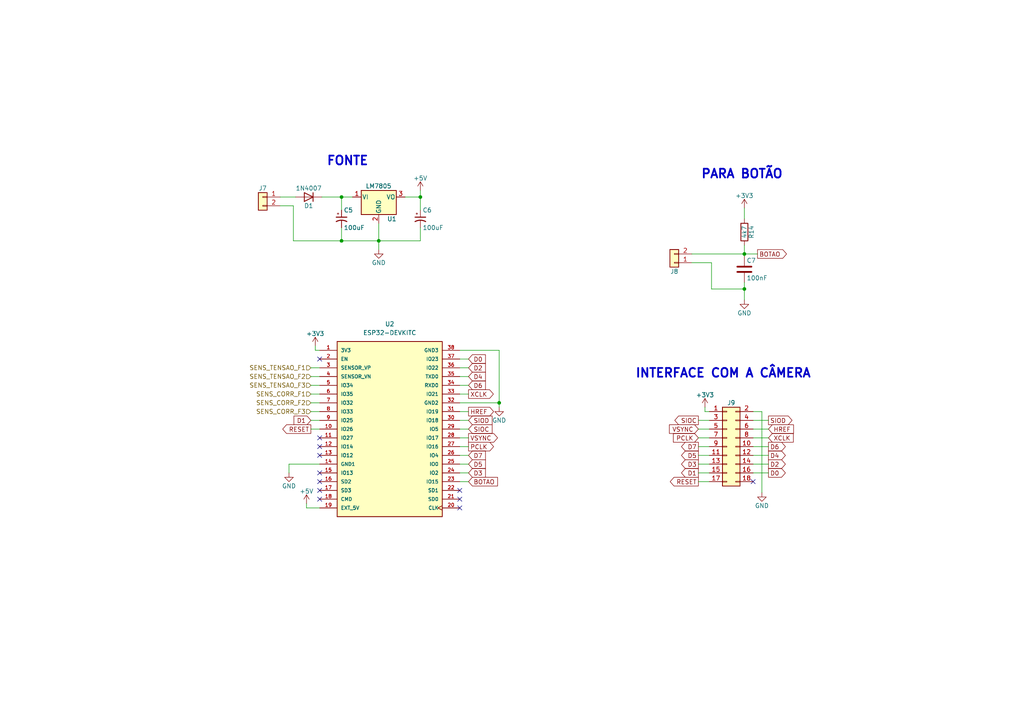
<source format=kicad_sch>
(kicad_sch (version 20211123) (generator eeschema)
  (paper "A4")
  (title_block (title "Monitoramento de potência") (date "2020-07-07") (rev "1.0") (company "Fabiana, Gustavo e Wendel"))
  (lib_symbols
    (symbol "Connector_Generic:Conn_01x02" (pin_names (offset 1.016) hide)
      (property "Reference" "J" (at 0 2.54 0))
      (property "Value" "Conn_01x02" (at 0 -5.08 0))
      (symbol "Conn_01x02_1_1"
        (rectangle (start -1.27 -2.413) (end 0 -2.667) (stroke (width 0.1524)))
        (rectangle (start -1.27 0.127) (end 0 -0.127) (stroke (width 0.1524)))
        (rectangle (start -1.27 1.27) (end 1.27 -3.81) (stroke (width 0.254)) (fill (type background)))
        (pin passive line (at -5.08 0 0) (length 3.81) (name "Pin_1") (number "1"))
        (pin passive line (at -5.08 -2.54 0) (length 3.81) (name "Pin_2") (number "2"))
      )
    )
    (symbol "Connector_Generic:Conn_02x09_Odd_Even" (pin_names (offset 1.016) hide)
      (property "Reference" "J" (at 1.27 12.7 0))
      (property "Value" "Conn_02x09_Odd_Even" (at 1.27 -12.7 0))
      (symbol "Conn_02x09_Odd_Even_1_1"
        (rectangle (start -1.27 -10.033) (end 0 -10.287) (stroke (width 0.1524)))
        (rectangle (start -1.27 -7.493) (end 0 -7.747) (stroke (width 0.1524)))
        (rectangle (start -1.27 -4.953) (end 0 -5.207) (stroke (width 0.1524)))
        (rectangle (start -1.27 -2.413) (end 0 -2.667) (stroke (width 0.1524)))
        (rectangle (start -1.27 0.127) (end 0 -0.127) (stroke (width 0.1524)))
        (rectangle (start -1.27 2.667) (end 0 2.413) (stroke (width 0.1524)))
        (rectangle (start -1.27 5.207) (end 0 4.953) (stroke (width 0.1524)))
        (rectangle (start -1.27 7.747) (end 0 7.493) (stroke (width 0.1524)))
        (rectangle (start -1.27 10.287) (end 0 10.033) (stroke (width 0.1524)))
        (rectangle (start -1.27 11.43) (end 3.81 -11.43) (stroke (width 0.254)) (fill (type background)))
        (rectangle (start 3.81 -10.033) (end 2.54 -10.287) (stroke (width 0.1524)))
        (rectangle (start 3.81 -7.493) (end 2.54 -7.747) (stroke (width 0.1524)))
        (rectangle (start 3.81 -4.953) (end 2.54 -5.207) (stroke (width 0.1524)))
        (rectangle (start 3.81 -2.413) (end 2.54 -2.667) (stroke (width 0.1524)))
        (rectangle (start 3.81 0.127) (end 2.54 -0.127) (stroke (width 0.1524)))
        (rectangle (start 3.81 2.667) (end 2.54 2.413) (stroke (width 0.1524)))
        (rectangle (start 3.81 5.207) (end 2.54 4.953) (stroke (width 0.1524)))
        (rectangle (start 3.81 7.747) (end 2.54 7.493) (stroke (width 0.1524)))
        (rectangle (start 3.81 10.287) (end 2.54 10.033) (stroke (width 0.1524)))
        (pin passive line (at -5.08 10.16 0) (length 3.81) (name "Pin_1") (number "1"))
        (pin passive line (at 7.62 0 180) (length 3.81) (name "Pin_10") (number "10"))
        (pin passive line (at -5.08 -2.54 0) (length 3.81) (name "Pin_11") (number "11"))
        (pin passive line (at 7.62 -2.54 180) (length 3.81) (name "Pin_12") (number "12"))
        (pin passive line (at -5.08 -5.08 0) (length 3.81) (name "Pin_13") (number "13"))
        (pin passive line (at 7.62 -5.08 180) (length 3.81) (name "Pin_14") (number "14"))
        (pin passive line (at -5.08 -7.62 0) (length 3.81) (name "Pin_15") (number "15"))
        (pin passive line (at 7.62 -7.62 180) (length 3.81) (name "Pin_16") (number "16"))
        (pin passive line (at -5.08 -10.16 0) (length 3.81) (name "Pin_17") (number "17"))
        (pin passive line (at 7.62 -10.16 180) (length 3.81) (name "Pin_18") (number "18"))
        (pin passive line (at 7.62 10.16 180) (length 3.81) (name "Pin_2") (number "2"))
        (pin passive line (at -5.08 7.62 0) (length 3.81) (name "Pin_3") (number "3"))
        (pin passive line (at 7.62 7.62 180) (length 3.81) (name "Pin_4") (number "4"))
        (pin passive line (at -5.08 5.08 0) (length 3.81) (name "Pin_5") (number "5"))
        (pin passive line (at 7.62 5.08 180) (length 3.81) (name "Pin_6") (number "6"))
        (pin passive line (at -5.08 2.54 0) (length 3.81) (name "Pin_7") (number "7"))
        (pin passive line (at 7.62 2.54 180) (length 3.81) (name "Pin_8") (number "8"))
        (pin passive line (at -5.08 0 0) (length 3.81) (name "Pin_9") (number "9"))
      )
    )
    (symbol "Device:C" (pin_numbers hide) (pin_names (offset 0.254))
      (property "Reference" "C" (at 0.635 2.54 0))
      (property "Value" "C" (at 0.635 -2.54 0))
      (symbol "C_0_1"
        (polyline (pts (xy -2.032 -0.762) (xy 2.032 -0.762)) (stroke (width 0.508)))
        (polyline (pts (xy -2.032 0.762) (xy 2.032 0.762)) (stroke (width 0.508)))
      )
      (symbol "C_1_1"
        (pin passive line (at 0 3.81 270) (length 2.794) (name "~") (number "1"))
        (pin passive line (at 0 -3.81 90) (length 2.794) (name "~") (number "2"))
      )
    )
    (symbol "Device:C_Polarized_Small_US" (pin_numbers hide) (pin_names (offset 0.254) hide)
      (property "Reference" "C" (at 0.254 1.778 0))
      (property "Value" "C_Polarized_Small_US" (at 0.254 -2.032 0))
      (symbol "C_Polarized_Small_US_0_1"
        (polyline (pts (xy -1.524 0.508) (xy 1.524 0.508)) (stroke (width 0.3048)))
        (polyline (pts (xy -1.27 1.524) (xy -0.762 1.524)))
        (polyline (pts (xy -1.016 1.27) (xy -1.016 1.778)))
        (arc (start 1.524 -0.762) (mid 0 -0.3734) (end -1.524 -0.762) (stroke (width 0.3048)))
      )
      (symbol "C_Polarized_Small_US_1_1"
        (pin passive line (at 0 2.54 270) (length 2.032) (name "~") (number "1"))
        (pin passive line (at 0 -2.54 90) (length 2.032) (name "~") (number "2"))
      )
    )
    (symbol "Device:R" (pin_numbers hide) (pin_names (offset 0))
      (property "Reference" "R" (at 2.032 0 90))
      (property "Value" "R" (at 0 0 90))
      (symbol "R_0_1"
        (rectangle (start -1.016 -2.54) (end 1.016 2.54) (stroke (width 0.254)))
      )
      (symbol "R_1_1"
        (pin passive line (at 0 3.81 270) (length 1.27) (name "~") (number "1"))
        (pin passive line (at 0 -3.81 90) (length 1.27) (name "~") (number "2"))
      )
    )
    (symbol "Diode:1N4007" (pin_numbers hide) (pin_names (offset 1.016) hide)
      (property "Reference" "D" (at 0 2.54 0))
      (property "Value" "1N4007" (at 0 -2.54 0))
      (symbol "1N4007_0_1"
        (polyline (pts (xy -1.27 1.27) (xy -1.27 -1.27)) (stroke (width 0.254)))
        (polyline (pts (xy 1.27 0) (xy -1.27 0)))
        (polyline (pts (xy 1.27 1.27) (xy 1.27 -1.27) (xy -1.27 0) (xy 1.27 1.27)) (stroke (width 0.254)))
      )
      (symbol "1N4007_1_1"
        (pin passive line (at -3.81 0 0) (length 2.54) (name "K") (number "1"))
        (pin passive line (at 3.81 0 180) (length 2.54) (name "A") (number "2"))
      )
    )
    (symbol "ESP32-DEVKITC:ESP32-DEVKITC" (pin_names (offset 1.016))
      (property "Reference" "U" (at -15.2654 26.0604 0))
      (property "Value" "ESP32-DEVKITC" (at -15.2654 -27.9654 0))
      (symbol "ESP32-DEVKITC_0_0"
        (rectangle (start -15.24 -25.4) (end 15.24 25.4) (stroke (width 0.254)) (fill (type background)))
        (pin power_in line (at -20.32 22.86 0) (length 5.08) (name "3V3") (number "1"))
        (pin bidirectional line (at -20.32 0 0) (length 5.08) (name "IO26") (number "10"))
        (pin bidirectional line (at -20.32 -2.54 0) (length 5.08) (name "IO27") (number "11"))
        (pin bidirectional line (at -20.32 -5.08 0) (length 5.08) (name "IO14") (number "12"))
        (pin bidirectional line (at -20.32 -7.62 0) (length 5.08) (name "IO12") (number "13"))
        (pin power_in line (at -20.32 -10.16 0) (length 5.08) (name "GND1") (number "14"))
        (pin bidirectional line (at -20.32 -12.7 0) (length 5.08) (name "IO13") (number "15"))
        (pin bidirectional line (at -20.32 -15.24 0) (length 5.08) (name "SD2") (number "16"))
        (pin bidirectional line (at -20.32 -17.78 0) (length 5.08) (name "SD3") (number "17"))
        (pin bidirectional line (at -20.32 -20.32 0) (length 5.08) (name "CMD") (number "18"))
        (pin power_in line (at -20.32 -22.86 0) (length 5.08) (name "EXT_5V") (number "19"))
        (pin input line (at -20.32 20.32 0) (length 5.08) (name "EN") (number "2"))
        (pin input clock (at 20.32 -22.86 180) (length 5.08) (name "CLK") (number "20"))
        (pin bidirectional line (at 20.32 -20.32 180) (length 5.08) (name "SD0") (number "21"))
        (pin bidirectional line (at 20.32 -17.78 180) (length 5.08) (name "SD1") (number "22"))
        (pin bidirectional line (at 20.32 -15.24 180) (length 5.08) (name "IO15") (number "23"))
        (pin bidirectional line (at 20.32 -12.7 180) (length 5.08) (name "IO2") (number "24"))
        (pin bidirectional line (at 20.32 -10.16 180) (length 5.08) (name "IO0") (number "25"))
        (pin bidirectional line (at 20.32 -7.62 180) (length 5.08) (name "IO4") (number "26"))
        (pin bidirectional line (at 20.32 -5.08 180) (length 5.08) (name "IO16") (number "27"))
        (pin bidirectional line (at 20.32 -2.54 180) (length 5.08) (name "IO17") (number "28"))
        (pin bidirectional line (at 20.32 0 180) (length 5.08) (name "IO5") (number "29"))
        (pin input line (at -20.32 17.78 0) (length 5.08) (name "SENSOR_VP") (number "3"))
        (pin bidirectional line (at 20.32 2.54 180) (length 5.08) (name "IO18") (number "30"))
        (pin bidirectional line (at 20.32 5.08 180) (length 5.08) (name "IO19") (number "31"))
        (pin power_in line (at 20.32 7.62 180) (length 5.08) (name "GND2") (number "32"))
        (pin bidirectional line (at 20.32 10.16 180) (length 5.08) (name "IO21") (number "33"))
        (pin input line (at 20.32 12.7 180) (length 5.08) (name "RXD0") (number "34"))
        (pin output line (at 20.32 15.24 180) (length 5.08) (name "TXD0") (number "35"))
        (pin bidirectional line (at 20.32 17.78 180) (length 5.08) (name "IO22") (number "36"))
        (pin bidirectional line (at 20.32 20.32 180) (length 5.08) (name "IO23") (number "37"))
        (pin power_in line (at 20.32 22.86 180) (length 5.08) (name "GND3") (number "38"))
        (pin input line (at -20.32 15.24 0) (length 5.08) (name "SENSOR_VN") (number "4"))
        (pin bidirectional line (at -20.32 12.7 0) (length 5.08) (name "IO34") (number "5"))
        (pin bidirectional line (at -20.32 10.16 0) (length 5.08) (name "IO35") (number "6"))
        (pin bidirectional line (at -20.32 7.62 0) (length 5.08) (name "IO32") (number "7"))
        (pin bidirectional line (at -20.32 5.08 0) (length 5.08) (name "IO33") (number "8"))
        (pin bidirectional line (at -20.32 2.54 0) (length 5.08) (name "IO25") (number "9"))
      )
    )
    (symbol "Regulator_Linear:LM7805_TO220" (pin_names (offset 0.254))
      (property "Reference" "U" (at -3.81 3.175 0))
      (property "Value" "LM7805_TO220" (at 0 3.175 0))
      (symbol "LM7805_TO220_0_1"
        (rectangle (start -5.08 1.905) (end 5.08 -5.08) (stroke (width 0.254)) (fill (type background)))
      )
      (symbol "LM7805_TO220_1_1"
        (pin power_in line (at -7.62 0 0) (length 2.54) (name "VI") (number "1"))
        (pin power_in line (at 0 -7.62 90) (length 2.54) (name "GND") (number "2"))
        (pin power_out line (at 7.62 0 180) (length 2.54) (name "VO") (number "3"))
      )
    )
    (symbol "power:+3.3V" (power) (pin_names (offset 0))
      (property "Value" "+3.3V" (at 0 3.556 0))
      (symbol "+3.3V_0_1"
        (polyline (pts (xy -0.762 1.27) (xy 0 2.54)))
        (polyline (pts (xy 0 0) (xy 0 2.54)))
        (polyline (pts (xy 0 2.54) (xy 0.762 1.27)))
      )
      (symbol "+3.3V_1_1"
        (pin power_in line (at 0 0 90) (length 0) hide (name "+3V3") (number "1"))
      )
    )
    (symbol "power:+5V" (power) (pin_names (offset 0))
      (property "Value" "+5V" (at 0 3.556 0))
      (symbol "+5V_0_1"
        (polyline (pts (xy -0.762 1.27) (xy 0 2.54)))
        (polyline (pts (xy 0 0) (xy 0 2.54)))
        (polyline (pts (xy 0 2.54) (xy 0.762 1.27)))
      )
      (symbol "+5V_1_1"
        (pin power_in line (at 0 0 90) (length 0) hide (name "+5V") (number "1"))
      )
    )
    (symbol "power:GND" (power) (pin_names (offset 0))
      (property "Value" "GND" (at 0 -3.81 0))
      (symbol "GND_0_1"
        (polyline (pts (xy 0 0) (xy 0 -1.27) (xy 1.27 -1.27) (xy 0 -2.54) (xy -1.27 -1.27) (xy 0 -1.27)))
      )
      (symbol "GND_1_1"
        (pin power_in line (at 0 0 270) (length 0) hide (name "GND") (number "1"))
      )
    )
  )
  (junction (at 121.92 57.15))
  (junction (at 215.9 73.66))
  (junction (at 215.9 83.82))
  (junction (at 109.855 69.85))
  (junction (at 99.06 69.85))
  (junction (at 99.06 57.15))
  (junction (at 144.78 116.84))
  (no_connect (at 92.71 127))
  (no_connect (at 92.71 129.54))
  (no_connect (at 92.71 132.08))
  (no_connect (at 92.71 137.16))
  (no_connect (at 92.71 104.14))
  (no_connect (at 133.35 147.32))
  (no_connect (at 133.35 144.78))
  (no_connect (at 133.35 142.24))
  (no_connect (at 92.71 142.24))
  (no_connect (at 92.71 144.78))
  (no_connect (at 92.71 139.7))
  (no_connect (at 218.44 139.7))
  (wire (pts (xy 215.9 86.995) (xy 215.9 83.82)))
  (wire (pts (xy 81.28 59.69) (xy 85.09 59.69)))
  (wire (pts (xy 93.345 57.15) (xy 99.06 57.15)))
  (wire (pts (xy 218.44 137.16) (xy 222.885 137.16)))
  (wire (pts (xy 144.78 101.6) (xy 133.35 101.6)))
  (wire (pts (xy 218.44 127) (xy 222.885 127)))
  (wire (pts (xy 81.28 57.15) (xy 85.725 57.15)))
  (wire (pts (xy 133.35 124.46) (xy 135.89 124.46)))
  (wire (pts (xy 204.47 119.38) (xy 205.74 119.38)))
  (wire (pts (xy 133.35 137.16) (xy 135.89 137.16)))
  (wire (pts (xy 109.855 69.85) (xy 121.92 69.85)))
  (wire (pts (xy 202.565 137.16) (xy 205.74 137.16)))
  (wire (pts (xy 218.44 134.62) (xy 222.885 134.62)))
  (wire (pts (xy 133.35 116.84) (xy 144.78 116.84)))
  (wire (pts (xy 109.855 72.39) (xy 109.855 69.85)))
  (wire (pts (xy 133.35 104.14) (xy 135.89 104.14)))
  (wire (pts (xy 85.09 59.69) (xy 85.09 69.85)))
  (wire (pts (xy 202.565 132.08) (xy 205.74 132.08)))
  (wire (pts (xy 200.66 76.2) (xy 206.375 76.2)))
  (wire (pts (xy 220.98 119.38) (xy 220.98 142.875)))
  (wire (pts (xy 83.82 137.16) (xy 83.82 134.62)))
  (wire (pts (xy 121.92 57.15) (xy 121.92 60.96)))
  (wire (pts (xy 133.35 139.7) (xy 135.89 139.7)))
  (wire (pts (xy 133.35 106.68) (xy 135.89 106.68)))
  (wire (pts (xy 202.565 127) (xy 205.74 127)))
  (wire (pts (xy 144.78 116.84) (xy 144.78 101.6)))
  (wire (pts (xy 90.17 121.92) (xy 92.71 121.92)))
  (wire (pts (xy 92.71 101.6) (xy 91.44 101.6)))
  (wire (pts (xy 90.17 114.3) (xy 92.71 114.3)))
  (wire (pts (xy 202.565 139.7) (xy 205.74 139.7)))
  (wire (pts (xy 90.17 106.68) (xy 92.71 106.68)))
  (wire (pts (xy 99.06 66.04) (xy 99.06 69.85)))
  (wire (pts (xy 121.92 57.15) (xy 121.92 55.245)))
  (wire (pts (xy 218.44 132.08) (xy 222.885 132.08)))
  (wire (pts (xy 218.44 129.54) (xy 222.885 129.54)))
  (wire (pts (xy 133.35 134.62) (xy 135.89 134.62)))
  (wire (pts (xy 133.35 132.08) (xy 135.89 132.08)))
  (wire (pts (xy 109.855 64.77) (xy 109.855 69.85)))
  (wire (pts (xy 90.17 109.22) (xy 92.71 109.22)))
  (wire (pts (xy 206.375 76.2) (xy 206.375 83.82)))
  (wire (pts (xy 215.9 83.82) (xy 215.9 81.915)))
  (wire (pts (xy 204.47 118.11) (xy 204.47 119.38)))
  (wire (pts (xy 202.565 134.62) (xy 205.74 134.62)))
  (wire (pts (xy 133.35 109.22) (xy 135.89 109.22)))
  (wire (pts (xy 219.71 73.66) (xy 215.9 73.66)))
  (wire (pts (xy 90.17 116.84) (xy 92.71 116.84)))
  (wire (pts (xy 83.82 134.62) (xy 92.71 134.62)))
  (wire (pts (xy 117.475 57.15) (xy 121.92 57.15)))
  (wire (pts (xy 90.17 124.46) (xy 92.71 124.46)))
  (wire (pts (xy 202.565 129.54) (xy 205.74 129.54)))
  (wire (pts (xy 91.44 101.6) (xy 91.44 100.33)))
  (wire (pts (xy 99.06 57.15) (xy 99.06 60.96)))
  (wire (pts (xy 133.35 121.92) (xy 135.89 121.92)))
  (wire (pts (xy 90.17 111.76) (xy 92.71 111.76)))
  (wire (pts (xy 85.09 69.85) (xy 99.06 69.85)))
  (wire (pts (xy 133.35 129.54) (xy 135.89 129.54)))
  (wire (pts (xy 99.06 57.15) (xy 102.235 57.15)))
  (wire (pts (xy 88.9 146.05) (xy 88.9 147.32)))
  (wire (pts (xy 215.9 63.5) (xy 215.9 60.325)))
  (wire (pts (xy 133.35 114.3) (xy 135.89 114.3)))
  (wire (pts (xy 218.44 124.46) (xy 222.885 124.46)))
  (wire (pts (xy 99.06 69.85) (xy 109.855 69.85)))
  (wire (pts (xy 90.17 119.38) (xy 92.71 119.38)))
  (wire (pts (xy 215.9 74.295) (xy 215.9 73.66)))
  (wire (pts (xy 133.35 111.76) (xy 135.89 111.76)))
  (wire (pts (xy 218.44 119.38) (xy 220.98 119.38)))
  (wire (pts (xy 144.78 118.11) (xy 144.78 116.84)))
  (wire (pts (xy 121.92 66.04) (xy 121.92 69.85)))
  (wire (pts (xy 215.9 73.66) (xy 215.9 71.12)))
  (wire (pts (xy 133.35 127) (xy 135.89 127)))
  (wire (pts (xy 202.565 124.46) (xy 205.74 124.46)))
  (wire (pts (xy 218.44 121.92) (xy 222.885 121.92)))
  (wire (pts (xy 200.66 73.66) (xy 215.9 73.66)))
  (wire (pts (xy 202.565 121.92) (xy 205.74 121.92)))
  (wire (pts (xy 88.9 147.32) (xy 92.71 147.32)))
  (wire (pts (xy 206.375 83.82) (xy 215.9 83.82)))
  (wire (pts (xy 133.35 119.38) (xy 135.89 119.38)))
  (text "INTERFACE COM A CÂMERA" (at 184.15 109.855 0) (effects (font (size 2.54 2.54) (thickness 0.508) bold) (justify left bottom)))
  (text "PARA BOTÃO" (at 203.2 52.07 0) (effects (font (size 2.54 2.54) (thickness 0.508) bold) (justify left bottom)))
  (text "FONTE" (at 94.615 48.26 0) (effects (font (size 2.54 2.54) (thickness 0.508) bold) (justify left bottom)))
  (global_label "RESET" (shape output) (at 202.565 139.7 180) (property "Intersheet References" "${INTERSHEET_REFS}" (effects hide)))
  (global_label "D1" (shape input) (at 90.17 121.92 180) (property "Intersheet References" "${INTERSHEET_REFS}" (effects hide)))
  (global_label "XCLK" (shape input) (at 222.885 127 0) (property "Intersheet References" "${INTERSHEET_REFS}" (effects hide)))
  (global_label "D2" (shape input) (at 135.89 106.68 0) (property "Intersheet References" "${INTERSHEET_REFS}" (effects hide)))
  (global_label "HREF" (shape output) (at 135.89 119.38 0) (property "Intersheet References" "${INTERSHEET_REFS}" (effects hide)))
  (global_label "RESET" (shape output) (at 90.17 124.46 180) (property "Intersheet References" "${INTERSHEET_REFS}" (effects hide)))
  (global_label "D0" (shape output) (at 222.885 137.16 0) (property "Intersheet References" "${INTERSHEET_REFS}" (effects hide)))
  (global_label "SIOC" (shape input) (at 135.89 124.46 0) (property "Intersheet References" "${INTERSHEET_REFS}" (effects hide)))
  (global_label "D2" (shape output) (at 222.885 134.62 0) (property "Intersheet References" "${INTERSHEET_REFS}" (effects hide)))
  (global_label "D4" (shape output) (at 222.885 132.08 0) (property "Intersheet References" "${INTERSHEET_REFS}" (effects hide)))
  (global_label "SIOC" (shape output) (at 202.565 121.92 180) (property "Intersheet References" "${INTERSHEET_REFS}" (effects hide)))
  (global_label "D1" (shape output) (at 202.565 137.16 180) (property "Intersheet References" "${INTERSHEET_REFS}" (effects hide)))
  (global_label "D6" (shape input) (at 135.89 111.76 0) (property "Intersheet References" "${INTERSHEET_REFS}" (effects hide)))
  (global_label "D5" (shape input) (at 135.89 134.62 0) (property "Intersheet References" "${INTERSHEET_REFS}" (effects hide)))
  (global_label "D5" (shape output) (at 202.565 132.08 180) (property "Intersheet References" "${INTERSHEET_REFS}" (effects hide)))
  (global_label "D7" (shape input) (at 135.89 132.08 0) (property "Intersheet References" "${INTERSHEET_REFS}" (effects hide)))
  (global_label "XCLK" (shape output) (at 135.89 114.3 0) (property "Intersheet References" "${INTERSHEET_REFS}" (effects hide)))
  (global_label "VSYNC" (shape output) (at 135.89 127 0) (property "Intersheet References" "${INTERSHEET_REFS}" (effects hide)))
  (global_label "SIOD" (shape input) (at 135.89 121.92 0) (property "Intersheet References" "${INTERSHEET_REFS}" (effects hide)))
  (global_label "PCLK" (shape input) (at 202.565 127 180) (property "Intersheet References" "${INTERSHEET_REFS}" (effects hide)))
  (global_label "D6" (shape output) (at 222.885 129.54 0) (property "Intersheet References" "${INTERSHEET_REFS}" (effects hide)))
  (global_label "SIOD" (shape output) (at 222.885 121.92 0) (property "Intersheet References" "${INTERSHEET_REFS}" (effects hide)))
  (global_label "PCLK" (shape output) (at 135.89 129.54 0) (property "Intersheet References" "${INTERSHEET_REFS}" (effects hide)))
  (global_label "D7" (shape output) (at 202.565 129.54 180) (property "Intersheet References" "${INTERSHEET_REFS}" (effects hide)))
  (global_label "D3" (shape input) (at 135.89 137.16 0) (property "Intersheet References" "${INTERSHEET_REFS}" (effects hide)))
  (global_label "D4" (shape input) (at 135.89 109.22 0) (property "Intersheet References" "${INTERSHEET_REFS}" (effects hide)))
  (global_label "D0" (shape input) (at 135.89 104.14 0) (property "Intersheet References" "${INTERSHEET_REFS}" (effects hide)))
  (global_label "HREF" (shape input) (at 222.885 124.46 0) (property "Intersheet References" "${INTERSHEET_REFS}" (effects hide)))
  (global_label "BOTAO" (shape input) (at 135.89 139.7 0) (property "Intersheet References" "${INTERSHEET_REFS}" (effects hide)))
  (global_label "VSYNC" (shape input) (at 202.565 124.46 180) (property "Intersheet References" "${INTERSHEET_REFS}" (effects hide)))
  (global_label "BOTAO" (shape output) (at 219.71 73.66 0) (property "Intersheet References" "${INTERSHEET_REFS}" (effects hide)))
  (global_label "D3" (shape output) (at 202.565 134.62 180) (property "Intersheet References" "${INTERSHEET_REFS}" (effects hide)))
  (hierarchical_label "SENS_CORR_F1" (shape input) (at 90.17 114.3 180))
  (hierarchical_label "SENS_TENSAO_F2" (shape input) (at 90.17 109.22 180))
  (hierarchical_label "SENS_TENSAO_F3" (shape input) (at 90.17 111.76 180))
  (hierarchical_label "SENS_CORR_F3" (shape input) (at 90.17 119.38 180))
  (hierarchical_label "SENS_TENSAO_F1" (shape input) (at 90.17 106.68 180))
  (hierarchical_label "SENS_CORR_F2" (shape input) (at 90.17 116.84 180))
  (symbol (lib_id "Connector_Generic:Conn_02x09_Odd_Even") (at 210.82 129.54 0) (unit 1)
    (property "Reference" "J9" (at 212.09 116.84 0))
    (property "Value" "Conn_02x09_Odd_Even" (effects hide))
    (property "Footprint" "Connector_PinHeader_2.54mm:PinHeader_2x09_P2.54mm_Vertical" (effects hide))
  )
  (symbol (lib_id "Connector_Generic:Conn_01x02") (at 76.2 57.15 0) (mirror y) (unit 1)
    (property "Reference" "J7" (at 76.2 54.61 0))
    (property "Value" "Conn_01x02" (effects hide))
    (property "Footprint" "TerminalBlock:TerminalBlock_bornier-2_P5.08mm" (effects hide))
  )
  (symbol (lib_id "power:GND") (at 220.98 142.875 0) (unit 1)
    (property "Reference" "#PWR019" (effects hide))
    (property "Value" "GND" (at 220.98 146.685 0))
  )
  (symbol (lib_id "power:+3.3V") (at 204.47 118.11 0) (unit 1)
    (property "Reference" "#PWR016" (effects hide))
    (property "Value" "+3.3V" (at 204.47 114.554 0))
  )
  (symbol (lib_id "power:+5V") (at 121.92 55.245 0) (unit 1)
    (property "Reference" "#PWR013" (effects hide))
    (property "Value" "+5V" (at 121.92 51.689 0))
  )
  (symbol (lib_id "Device:C") (at 215.9 78.105 0) (unit 1)
    (property "Reference" "C7" (at 216.535 75.565 0) (effects (justify left)))
    (property "Value" "100nF" (at 216.535 80.645 0) (effects (justify left)))
    (property "Footprint" "Capacitor_THT:C_Rect_L7.0mm_W2.0mm_P5.00mm" (effects hide))
  )
  (symbol (lib_id "ESP32-DEVKITC:ESP32-DEVKITC") (at 113.03 124.46 0) (unit 1)
    (property "Reference" "U2" (at 113.03 93.98 0))
    (property "Value" "ESP32-DEVKITC" (at 113.03 96.52 0))
    (property "Footprint" "MODULE_ESP32-DEVKITC" (effects hide))
    (property "PARTREV" "N/A" (effects hide))
    (property "MANUFACTURER" "ESPRESSIF" (effects hide))
    (property "STANDARD" "Manufacturer Recommendations" (effects hide))
  )
  (symbol (lib_id "power:+3.3V") (at 91.44 100.33 0) (unit 1)
    (property "Reference" "#PWR014" (effects hide))
    (property "Value" "+3.3V" (at 91.44 96.774 0))
  )
  (symbol (lib_id "power:GND") (at 144.78 118.11 0) (unit 1)
    (property "Reference" "#PWR0101" (effects hide))
    (property "Value" "GND" (at 144.78 121.92 0))
  )
  (symbol (lib_id "Regulator_Linear:LM7805_TO220") (at 109.855 57.15 0) (unit 1)
    (property "Reference" "U1" (at 113.665 63.5 0))
    (property "Value" "LM7805" (at 106.045 53.975 0) (effects (justify left)))
    (property "Footprint" "Package_TO_SOT_THT:TO-220-3_Vertical" (effects hide))
    (property "Datasheet" "http://www.fairchildsemi.com/ds/LM/LM7805.pdf" (effects hide))
  )
  (symbol (lib_id "Device:R") (at 215.9 67.31 0) (unit 1)
    (property "Reference" "R14" (at 217.932 67.31 90))
    (property "Value" "4k7" (at 215.9 67.31 90))
    (property "Footprint" "Resistor_THT:R_Axial_DIN0207_L6.3mm_D2.5mm_P10.16mm_Horizontal" (effects hide))
  )
  (symbol (lib_id "power:+3.3V") (at 215.9 60.325 0) (unit 1)
    (property "Reference" "#PWR017" (effects hide))
    (property "Value" "+3.3V" (at 215.9 56.769 0))
  )
  (symbol (lib_id "power:GND") (at 83.82 137.16 0) (unit 1)
    (property "Reference" "#PWR015" (effects hide))
    (property "Value" "GND" (at 83.82 140.97 0))
  )
  (symbol (lib_id "power:+5V") (at 88.9 146.05 0) (unit 1)
    (property "Reference" "#PWR011" (effects hide))
    (property "Value" "+5V" (at 88.9 142.494 0))
  )
  (symbol (lib_id "Connector_Generic:Conn_01x02") (at 195.58 76.2 180) (unit 1)
    (property "Reference" "J8" (at 195.58 78.74 0))
    (property "Value" "Conn_01x02" (effects hide))
    (property "Footprint" "TerminalBlock:TerminalBlock_bornier-2_P5.08mm" (effects hide))
  )
  (symbol (lib_id "Device:C_Polarized_Small_US") (at 99.06 63.5 0) (unit 1)
    (property "Reference" "C5" (at 99.695 60.96 0) (effects (justify left)))
    (property "Value" "100uF" (at 99.695 66.04 0) (effects (justify left)))
    (property "Footprint" "Capacitor_THT:CP_Radial_D6.3mm_P2.50mm" (effects hide))
  )
  (symbol (lib_id "power:GND") (at 215.9 86.995 0) (unit 1)
    (property "Reference" "#PWR018" (effects hide))
    (property "Value" "GND" (at 215.9 90.805 0))
  )
  (symbol (lib_id "power:GND") (at 109.855 72.39 0) (unit 1)
    (property "Reference" "#PWR012" (effects hide))
    (property "Value" "GND" (at 109.855 76.2 0))
  )
  (symbol (lib_id "Diode:1N4007") (at 89.535 57.15 180) (unit 1)
    (property "Reference" "D1" (at 89.535 59.69 0))
    (property "Value" "1N4007" (at 89.535 54.61 0))
    (property "Footprint" "Diode_THT:D_DO-41_SOD81_P10.16mm_Horizontal" (effects hide))
    (property "Datasheet" "http://www.vishay.com/docs/88503/1n4001.pdf" (effects hide))
  )
  (symbol (lib_id "Device:C_Polarized_Small_US") (at 121.92 63.5 0) (unit 1)
    (property "Reference" "C6" (at 122.555 60.96 0) (effects (justify left)))
    (property "Value" "100uF" (at 122.555 66.04 0) (effects (justify left)))
    (property "Footprint" "Capacitor_THT:CP_Radial_D6.3mm_P2.50mm" (effects hide))
  )
)
</source>
